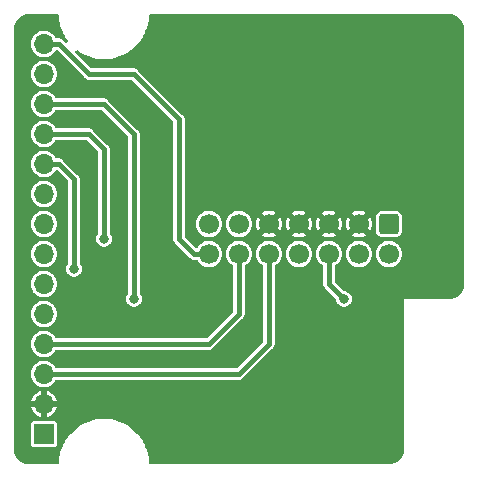
<source format=gbl>
G04 #@! TF.GenerationSoftware,KiCad,Pcbnew,7.0.2*
G04 #@! TF.CreationDate,2023-05-16T20:51:55+02:00*
G04 #@! TF.ProjectId,Display Adapter,44697370-6c61-4792-9041-646170746572,V1.0*
G04 #@! TF.SameCoordinates,Original*
G04 #@! TF.FileFunction,Copper,L2,Bot*
G04 #@! TF.FilePolarity,Positive*
%FSLAX46Y46*%
G04 Gerber Fmt 4.6, Leading zero omitted, Abs format (unit mm)*
G04 Created by KiCad (PCBNEW 7.0.2) date 2023-05-16 20:51:55*
%MOMM*%
%LPD*%
G01*
G04 APERTURE LIST*
G04 Aperture macros list*
%AMRoundRect*
0 Rectangle with rounded corners*
0 $1 Rounding radius*
0 $2 $3 $4 $5 $6 $7 $8 $9 X,Y pos of 4 corners*
0 Add a 4 corners polygon primitive as box body*
4,1,4,$2,$3,$4,$5,$6,$7,$8,$9,$2,$3,0*
0 Add four circle primitives for the rounded corners*
1,1,$1+$1,$2,$3*
1,1,$1+$1,$4,$5*
1,1,$1+$1,$6,$7*
1,1,$1+$1,$8,$9*
0 Add four rect primitives between the rounded corners*
20,1,$1+$1,$2,$3,$4,$5,0*
20,1,$1+$1,$4,$5,$6,$7,0*
20,1,$1+$1,$6,$7,$8,$9,0*
20,1,$1+$1,$8,$9,$2,$3,0*%
G04 Aperture macros list end*
G04 #@! TA.AperFunction,ComponentPad*
%ADD10RoundRect,0.250000X-0.600000X0.600000X-0.600000X-0.600000X0.600000X-0.600000X0.600000X0.600000X0*%
G04 #@! TD*
G04 #@! TA.AperFunction,ComponentPad*
%ADD11C,1.700000*%
G04 #@! TD*
G04 #@! TA.AperFunction,ComponentPad*
%ADD12R,1.700000X1.700000*%
G04 #@! TD*
G04 #@! TA.AperFunction,ComponentPad*
%ADD13O,1.700000X1.700000*%
G04 #@! TD*
G04 #@! TA.AperFunction,ViaPad*
%ADD14C,0.800000*%
G04 #@! TD*
G04 #@! TA.AperFunction,Conductor*
%ADD15C,0.440000*%
G04 #@! TD*
G04 APERTURE END LIST*
D10*
X161290000Y-101600000D03*
D11*
X161290000Y-104140000D03*
X158750000Y-101600000D03*
X158750000Y-104140000D03*
X156210000Y-101600000D03*
X156210000Y-104140000D03*
X153670000Y-101600000D03*
X153670000Y-104140000D03*
X151130000Y-101600000D03*
X151130000Y-104140000D03*
X148590000Y-101600000D03*
X148590000Y-104140000D03*
X146050000Y-101600000D03*
X146050000Y-104140000D03*
D12*
X132080000Y-119380000D03*
D13*
X132080000Y-116840000D03*
X132080000Y-114300000D03*
X132080000Y-111760000D03*
X132080000Y-109220000D03*
X132080000Y-106680000D03*
X132080000Y-104140000D03*
X132080000Y-101600000D03*
X132080000Y-99060000D03*
X132080000Y-96520000D03*
X132080000Y-93980000D03*
X132080000Y-91440000D03*
X132080000Y-88900000D03*
X132080000Y-86360000D03*
D14*
X158750000Y-106680000D03*
X130810000Y-85090000D03*
X158750000Y-113030000D03*
X142240000Y-93980000D03*
X163830000Y-106680000D03*
X138430000Y-95250000D03*
X149860000Y-99060000D03*
X139700000Y-87630000D03*
X152400000Y-110490000D03*
X143510000Y-105410000D03*
X153670000Y-99060000D03*
X138430000Y-101600000D03*
X157480000Y-107950000D03*
X139700000Y-107950000D03*
X134620000Y-105410000D03*
X137160000Y-102870000D03*
D15*
X151130000Y-111760000D02*
X148590000Y-114300000D01*
X148590000Y-114300000D02*
X132080000Y-114300000D01*
X151130000Y-104140000D02*
X151130000Y-111760000D01*
X148590000Y-104140000D02*
X148590000Y-109220000D01*
X146050000Y-111760000D02*
X132080000Y-111760000D01*
X148590000Y-109220000D02*
X146050000Y-111760000D01*
X156210000Y-106680000D02*
X157480000Y-107950000D01*
X139700000Y-107950000D02*
X139700000Y-93980000D01*
X156210000Y-104140000D02*
X156210000Y-106680000D01*
X137160000Y-91440000D02*
X132080000Y-91440000D01*
X139700000Y-93980000D02*
X137160000Y-91440000D01*
X134620000Y-97790000D02*
X134620000Y-105410000D01*
X134620000Y-97790000D02*
X133350000Y-96520000D01*
X133350000Y-96520000D02*
X132080000Y-96520000D01*
X135890000Y-93980000D02*
X132080000Y-93980000D01*
X137160000Y-95250000D02*
X135890000Y-93980000D01*
X137160000Y-102870000D02*
X137160000Y-95250000D01*
X139700000Y-88900000D02*
X135890000Y-88900000D01*
X133350000Y-86360000D02*
X132080000Y-86360000D01*
X143510000Y-92710000D02*
X139700000Y-88900000D01*
X144780000Y-104140000D02*
X143510000Y-102870000D01*
X143510000Y-102870000D02*
X143510000Y-92710000D01*
X146050000Y-104140000D02*
X144780000Y-104140000D01*
X135890000Y-88900000D02*
X133350000Y-86360000D01*
G04 #@! TA.AperFunction,Conductor*
G36*
X133291621Y-83840502D02*
G01*
X133338114Y-83894158D01*
X133349500Y-83946500D01*
X133349500Y-84007198D01*
X133349802Y-84010270D01*
X133349803Y-84010278D01*
X133369805Y-84213359D01*
X133370250Y-84219328D01*
X133374429Y-84301743D01*
X133380298Y-84319896D01*
X133385538Y-84373094D01*
X133386198Y-84379791D01*
X133386799Y-84382814D01*
X133386802Y-84382832D01*
X133429411Y-84597037D01*
X133430379Y-84602538D01*
X133442070Y-84678857D01*
X133448709Y-84694058D01*
X133459239Y-84746992D01*
X133460128Y-84749925D01*
X133460132Y-84749938D01*
X133528066Y-84973886D01*
X133529469Y-84978879D01*
X133547171Y-85047249D01*
X133554038Y-85059504D01*
X133567023Y-85102313D01*
X133567920Y-85105267D01*
X133569096Y-85108107D01*
X133569100Y-85108117D01*
X133665222Y-85340175D01*
X133666969Y-85344632D01*
X133688692Y-85403284D01*
X133695252Y-85412674D01*
X133711195Y-85451163D01*
X133712656Y-85453896D01*
X133840056Y-85692246D01*
X133842057Y-85696152D01*
X133865199Y-85743330D01*
X133870941Y-85750028D01*
X133884859Y-85776066D01*
X133887684Y-85781351D01*
X133889402Y-85783923D01*
X133889405Y-85783927D01*
X134051606Y-86026678D01*
X134053770Y-86030030D01*
X134071851Y-86059038D01*
X134090910Y-86127429D01*
X134069969Y-86195267D01*
X134015676Y-86241014D01*
X133945269Y-86250146D01*
X133881102Y-86219763D01*
X133875827Y-86214783D01*
X133731172Y-86070128D01*
X133714269Y-86049154D01*
X133712290Y-86046074D01*
X133676936Y-86015439D01*
X133670368Y-86009324D01*
X133661526Y-86000482D01*
X133651518Y-85992989D01*
X133644521Y-85987351D01*
X133609172Y-85956721D01*
X133609170Y-85956720D01*
X133605838Y-85955198D01*
X133582673Y-85941453D01*
X133579740Y-85939257D01*
X133535917Y-85922912D01*
X133527609Y-85919471D01*
X133485056Y-85900038D01*
X133481419Y-85899515D01*
X133455338Y-85892857D01*
X133451902Y-85891575D01*
X133405240Y-85888238D01*
X133396306Y-85887278D01*
X133387790Y-85886054D01*
X133383935Y-85885500D01*
X133383934Y-85885500D01*
X133371436Y-85885500D01*
X133362449Y-85885179D01*
X133315801Y-85881843D01*
X133312225Y-85882621D01*
X133285443Y-85885500D01*
X133155596Y-85885500D01*
X133087475Y-85865498D01*
X133042805Y-85815663D01*
X133023088Y-85776065D01*
X132899732Y-85612715D01*
X132748462Y-85474814D01*
X132700087Y-85444861D01*
X132574428Y-85367056D01*
X132478991Y-85330084D01*
X132383556Y-85293112D01*
X132182347Y-85255500D01*
X131977653Y-85255500D01*
X131776444Y-85293111D01*
X131776444Y-85293112D01*
X131585571Y-85367056D01*
X131411539Y-85474813D01*
X131260267Y-85612716D01*
X131136910Y-85776066D01*
X131045672Y-85959297D01*
X130989654Y-86156180D01*
X130970767Y-86360000D01*
X130989654Y-86563819D01*
X131045672Y-86760702D01*
X131136910Y-86943933D01*
X131136912Y-86943935D01*
X131260268Y-87107285D01*
X131411538Y-87245186D01*
X131585573Y-87352944D01*
X131776444Y-87426888D01*
X131977653Y-87464500D01*
X131977655Y-87464500D01*
X132182345Y-87464500D01*
X132182347Y-87464500D01*
X132383556Y-87426888D01*
X132574427Y-87352944D01*
X132748462Y-87245186D01*
X132899732Y-87107285D01*
X133023088Y-86943935D01*
X133024743Y-86940610D01*
X133029357Y-86935632D01*
X133030124Y-86934618D01*
X133030226Y-86934695D01*
X133073006Y-86888547D01*
X133141760Y-86870840D01*
X133209171Y-86893115D01*
X133226630Y-86907674D01*
X135508828Y-89189873D01*
X135525731Y-89210847D01*
X135527709Y-89213925D01*
X135563051Y-89244549D01*
X135569622Y-89250667D01*
X135578473Y-89259518D01*
X135588477Y-89267006D01*
X135595487Y-89272655D01*
X135630829Y-89303280D01*
X135634157Y-89304800D01*
X135657327Y-89318547D01*
X135660258Y-89320741D01*
X135704087Y-89337088D01*
X135712383Y-89340524D01*
X135754943Y-89359961D01*
X135758568Y-89360482D01*
X135784673Y-89367144D01*
X135788101Y-89368423D01*
X135834752Y-89371759D01*
X135843677Y-89372718D01*
X135856065Y-89374500D01*
X135868566Y-89374500D01*
X135877554Y-89374821D01*
X135880795Y-89375052D01*
X135924198Y-89378157D01*
X135926682Y-89377616D01*
X135927776Y-89377379D01*
X135954556Y-89374500D01*
X139451266Y-89374500D01*
X139519387Y-89394502D01*
X139540361Y-89411405D01*
X142998595Y-92869638D01*
X143032621Y-92931950D01*
X143035500Y-92958733D01*
X143035500Y-102805443D01*
X143032621Y-102832223D01*
X143031843Y-102835799D01*
X143035179Y-102882448D01*
X143035500Y-102891436D01*
X143035500Y-102903934D01*
X143037278Y-102916306D01*
X143038238Y-102925240D01*
X143041575Y-102971902D01*
X143042857Y-102975338D01*
X143049515Y-103001419D01*
X143050038Y-103005056D01*
X143069471Y-103047609D01*
X143072912Y-103055917D01*
X143089257Y-103099740D01*
X143091453Y-103102673D01*
X143105198Y-103125838D01*
X143106721Y-103129172D01*
X143137351Y-103164521D01*
X143142989Y-103171518D01*
X143150482Y-103181526D01*
X143159324Y-103190368D01*
X143165439Y-103196936D01*
X143196074Y-103232290D01*
X143199156Y-103234270D01*
X143220128Y-103251172D01*
X144398827Y-104429871D01*
X144415731Y-104450848D01*
X144417707Y-104453924D01*
X144453051Y-104484549D01*
X144459622Y-104490667D01*
X144468473Y-104499518D01*
X144478477Y-104507006D01*
X144485487Y-104512655D01*
X144520829Y-104543280D01*
X144524157Y-104544800D01*
X144547327Y-104558547D01*
X144550258Y-104560741D01*
X144594087Y-104577088D01*
X144602383Y-104580524D01*
X144644943Y-104599961D01*
X144648568Y-104600482D01*
X144674673Y-104607144D01*
X144678101Y-104608423D01*
X144724752Y-104611759D01*
X144733677Y-104612718D01*
X144746065Y-104614500D01*
X144758566Y-104614500D01*
X144767554Y-104614821D01*
X144770795Y-104615052D01*
X144814198Y-104618157D01*
X144816682Y-104617616D01*
X144817776Y-104617379D01*
X144844556Y-104614500D01*
X144974404Y-104614500D01*
X145042525Y-104634502D01*
X145087195Y-104684337D01*
X145106913Y-104723937D01*
X145168590Y-104805609D01*
X145230268Y-104887285D01*
X145381538Y-105025186D01*
X145555573Y-105132944D01*
X145746444Y-105206888D01*
X145947653Y-105244500D01*
X145947655Y-105244500D01*
X146152345Y-105244500D01*
X146152347Y-105244500D01*
X146353556Y-105206888D01*
X146544427Y-105132944D01*
X146718462Y-105025186D01*
X146869732Y-104887285D01*
X146993088Y-104723935D01*
X147084328Y-104540701D01*
X147140345Y-104343821D01*
X147159232Y-104140000D01*
X147140345Y-103936179D01*
X147084328Y-103739299D01*
X147083585Y-103737807D01*
X146993089Y-103556066D01*
X146940527Y-103486463D01*
X146869732Y-103392715D01*
X146718462Y-103254814D01*
X146600095Y-103181524D01*
X146544428Y-103147056D01*
X146448991Y-103110083D01*
X146353556Y-103073112D01*
X146152347Y-103035500D01*
X145947653Y-103035500D01*
X145746444Y-103073111D01*
X145746444Y-103073112D01*
X145555571Y-103147056D01*
X145381539Y-103254813D01*
X145230267Y-103392716D01*
X145106911Y-103556065D01*
X145105252Y-103559398D01*
X145100633Y-103564379D01*
X145099876Y-103565382D01*
X145099774Y-103565305D01*
X145056980Y-103611459D01*
X144988225Y-103629158D01*
X144920816Y-103606875D01*
X144903369Y-103592324D01*
X144021405Y-102710360D01*
X143987379Y-102648048D01*
X143984500Y-102621265D01*
X143984500Y-101600000D01*
X144940767Y-101600000D01*
X144959654Y-101803819D01*
X145015672Y-102000702D01*
X145106910Y-102183933D01*
X145106912Y-102183935D01*
X145230268Y-102347285D01*
X145381538Y-102485186D01*
X145468948Y-102539308D01*
X145554844Y-102592493D01*
X145555573Y-102592944D01*
X145746444Y-102666888D01*
X145947653Y-102704500D01*
X145947655Y-102704500D01*
X146152345Y-102704500D01*
X146152347Y-102704500D01*
X146353556Y-102666888D01*
X146544427Y-102592944D01*
X146718462Y-102485186D01*
X146869732Y-102347285D01*
X146993088Y-102183935D01*
X147084328Y-102000701D01*
X147140345Y-101803821D01*
X147159232Y-101600000D01*
X147480767Y-101600000D01*
X147499654Y-101803819D01*
X147555672Y-102000702D01*
X147646910Y-102183933D01*
X147646912Y-102183935D01*
X147770268Y-102347285D01*
X147921538Y-102485186D01*
X148008948Y-102539308D01*
X148094844Y-102592493D01*
X148095573Y-102592944D01*
X148286444Y-102666888D01*
X148487653Y-102704500D01*
X148487655Y-102704500D01*
X148692345Y-102704500D01*
X148692347Y-102704500D01*
X148893556Y-102666888D01*
X149084427Y-102592944D01*
X149258462Y-102485186D01*
X149409732Y-102347285D01*
X149533088Y-102183935D01*
X149624328Y-102000701D01*
X149680345Y-101803821D01*
X149699232Y-101600000D01*
X149699232Y-101599999D01*
X150021270Y-101599999D01*
X150040148Y-101803731D01*
X150096139Y-102000517D01*
X150187264Y-102183523D01*
X150645638Y-101725149D01*
X150670507Y-101809844D01*
X150748239Y-101930798D01*
X150856900Y-102024952D01*
X150987685Y-102084680D01*
X151002412Y-102086797D01*
X150549900Y-102539308D01*
X150635795Y-102592493D01*
X150826582Y-102666404D01*
X151027700Y-102704000D01*
X151232300Y-102704000D01*
X151433417Y-102666404D01*
X151624204Y-102592493D01*
X151710099Y-102539308D01*
X151257588Y-102086797D01*
X151272315Y-102084680D01*
X151403100Y-102024952D01*
X151511761Y-101930798D01*
X151589493Y-101809844D01*
X151614360Y-101725151D01*
X152072733Y-102183524D01*
X152163859Y-102000520D01*
X152219851Y-101803731D01*
X152238729Y-101600000D01*
X152561270Y-101600000D01*
X152580148Y-101803731D01*
X152636139Y-102000517D01*
X152727264Y-102183523D01*
X153185638Y-101725148D01*
X153210507Y-101809844D01*
X153288239Y-101930798D01*
X153396900Y-102024952D01*
X153527685Y-102084680D01*
X153542412Y-102086797D01*
X153089900Y-102539308D01*
X153175795Y-102592493D01*
X153366582Y-102666404D01*
X153567700Y-102704000D01*
X153772300Y-102704000D01*
X153973417Y-102666404D01*
X154164204Y-102592493D01*
X154250099Y-102539308D01*
X153797588Y-102086797D01*
X153812315Y-102084680D01*
X153943100Y-102024952D01*
X154051761Y-101930798D01*
X154129493Y-101809844D01*
X154154361Y-101725150D01*
X154612733Y-102183523D01*
X154703859Y-102000520D01*
X154759851Y-101803731D01*
X154778729Y-101600000D01*
X155101270Y-101600000D01*
X155120148Y-101803731D01*
X155176139Y-102000517D01*
X155267264Y-102183523D01*
X155725638Y-101725149D01*
X155750507Y-101809844D01*
X155828239Y-101930798D01*
X155936900Y-102024952D01*
X156067685Y-102084680D01*
X156082412Y-102086797D01*
X155629900Y-102539308D01*
X155715795Y-102592493D01*
X155906582Y-102666404D01*
X156107700Y-102704000D01*
X156312300Y-102704000D01*
X156513417Y-102666404D01*
X156704204Y-102592493D01*
X156790099Y-102539308D01*
X156337588Y-102086797D01*
X156352315Y-102084680D01*
X156483100Y-102024952D01*
X156591761Y-101930798D01*
X156669493Y-101809844D01*
X156694360Y-101725151D01*
X157152733Y-102183524D01*
X157243859Y-102000520D01*
X157299851Y-101803731D01*
X157318729Y-101599999D01*
X157641270Y-101599999D01*
X157660148Y-101803731D01*
X157716139Y-102000517D01*
X157807264Y-102183523D01*
X158265638Y-101725149D01*
X158290507Y-101809844D01*
X158368239Y-101930798D01*
X158476900Y-102024952D01*
X158607685Y-102084680D01*
X158622412Y-102086797D01*
X158169900Y-102539308D01*
X158255795Y-102592493D01*
X158446582Y-102666404D01*
X158647700Y-102704000D01*
X158852300Y-102704000D01*
X159053417Y-102666404D01*
X159244204Y-102592493D01*
X159330099Y-102539308D01*
X159035692Y-102244901D01*
X160185500Y-102244901D01*
X160185501Y-102248254D01*
X160185860Y-102251596D01*
X160185861Y-102251610D01*
X160191959Y-102308338D01*
X160191959Y-102308340D01*
X160191960Y-102308342D01*
X160206485Y-102347285D01*
X160242658Y-102444268D01*
X160329595Y-102560404D01*
X160445731Y-102647341D01*
X160445732Y-102647341D01*
X160445733Y-102647342D01*
X160581658Y-102698040D01*
X160627076Y-102702923D01*
X160638377Y-102704138D01*
X160641745Y-102704500D01*
X161938254Y-102704499D01*
X161998342Y-102698040D01*
X162134267Y-102647342D01*
X162250404Y-102560404D01*
X162337342Y-102444267D01*
X162388040Y-102308342D01*
X162394500Y-102248255D01*
X162394499Y-100951746D01*
X162388040Y-100891658D01*
X162337342Y-100755733D01*
X162306711Y-100714814D01*
X162250404Y-100639595D01*
X162134268Y-100552658D01*
X161998339Y-100501959D01*
X161941603Y-100495859D01*
X161941585Y-100495858D01*
X161938255Y-100495500D01*
X161934887Y-100495500D01*
X160645116Y-100495500D01*
X160645097Y-100495500D01*
X160641746Y-100495501D01*
X160638404Y-100495860D01*
X160638389Y-100495861D01*
X160581661Y-100501959D01*
X160445731Y-100552658D01*
X160329595Y-100639595D01*
X160242658Y-100755731D01*
X160191959Y-100891660D01*
X160185859Y-100948396D01*
X160185857Y-100948415D01*
X160185500Y-100951745D01*
X160185500Y-100955111D01*
X160185500Y-100955112D01*
X160185500Y-102244883D01*
X160185500Y-102244901D01*
X159035692Y-102244901D01*
X158877588Y-102086797D01*
X158892315Y-102084680D01*
X159023100Y-102024952D01*
X159131761Y-101930798D01*
X159209493Y-101809844D01*
X159234360Y-101725151D01*
X159692733Y-102183524D01*
X159783859Y-102000520D01*
X159839851Y-101803731D01*
X159858729Y-101600000D01*
X159839851Y-101396268D01*
X159783860Y-101199481D01*
X159692733Y-101016475D01*
X159234360Y-101474848D01*
X159209493Y-101390156D01*
X159131761Y-101269202D01*
X159023100Y-101175048D01*
X158892315Y-101115320D01*
X158877587Y-101113202D01*
X159330098Y-100660690D01*
X159244199Y-100607504D01*
X159053420Y-100533596D01*
X158852300Y-100496000D01*
X158647700Y-100496000D01*
X158446579Y-100533596D01*
X158255797Y-100607505D01*
X158169899Y-100660690D01*
X158622411Y-101113202D01*
X158607685Y-101115320D01*
X158476900Y-101175048D01*
X158368239Y-101269202D01*
X158290507Y-101390156D01*
X158265639Y-101474848D01*
X157807265Y-101016474D01*
X157716140Y-101199480D01*
X157660148Y-101396268D01*
X157641270Y-101599999D01*
X157318729Y-101599999D01*
X157299851Y-101396268D01*
X157243860Y-101199481D01*
X157152733Y-101016475D01*
X156694360Y-101474848D01*
X156669493Y-101390156D01*
X156591761Y-101269202D01*
X156483100Y-101175048D01*
X156352315Y-101115320D01*
X156337587Y-101113202D01*
X156790098Y-100660690D01*
X156704199Y-100607504D01*
X156513420Y-100533596D01*
X156312300Y-100496000D01*
X156107700Y-100496000D01*
X155906579Y-100533596D01*
X155715797Y-100607505D01*
X155629899Y-100660690D01*
X156082411Y-101113202D01*
X156067685Y-101115320D01*
X155936900Y-101175048D01*
X155828239Y-101269202D01*
X155750507Y-101390156D01*
X155725639Y-101474848D01*
X155267265Y-101016474D01*
X155176140Y-101199480D01*
X155120148Y-101396268D01*
X155101270Y-101600000D01*
X154778729Y-101600000D01*
X154759851Y-101396268D01*
X154703860Y-101199481D01*
X154612734Y-101016475D01*
X154154360Y-101474848D01*
X154129493Y-101390156D01*
X154051761Y-101269202D01*
X153943100Y-101175048D01*
X153812315Y-101115320D01*
X153797587Y-101113202D01*
X154250099Y-100660690D01*
X154164199Y-100607504D01*
X153973420Y-100533596D01*
X153772300Y-100496000D01*
X153567700Y-100496000D01*
X153366579Y-100533596D01*
X153175797Y-100607505D01*
X153089899Y-100660689D01*
X153542413Y-101113202D01*
X153527685Y-101115320D01*
X153396900Y-101175048D01*
X153288239Y-101269202D01*
X153210507Y-101390156D01*
X153185639Y-101474848D01*
X152727264Y-101016474D01*
X152636140Y-101199480D01*
X152580148Y-101396268D01*
X152561270Y-101600000D01*
X152238729Y-101600000D01*
X152219851Y-101396268D01*
X152163860Y-101199481D01*
X152072733Y-101016475D01*
X151614360Y-101474848D01*
X151589493Y-101390156D01*
X151511761Y-101269202D01*
X151403100Y-101175048D01*
X151272315Y-101115320D01*
X151257587Y-101113202D01*
X151710099Y-100660690D01*
X151624199Y-100607504D01*
X151433420Y-100533596D01*
X151232300Y-100496000D01*
X151027700Y-100496000D01*
X150826579Y-100533596D01*
X150635797Y-100607505D01*
X150549899Y-100660689D01*
X151002411Y-101113202D01*
X150987685Y-101115320D01*
X150856900Y-101175048D01*
X150748239Y-101269202D01*
X150670507Y-101390156D01*
X150645639Y-101474848D01*
X150187265Y-101016474D01*
X150096140Y-101199480D01*
X150040148Y-101396268D01*
X150021270Y-101599999D01*
X149699232Y-101599999D01*
X149680345Y-101396179D01*
X149624328Y-101199299D01*
X149612252Y-101175048D01*
X149533089Y-101016066D01*
X149502886Y-100976072D01*
X149409732Y-100852715D01*
X149258462Y-100714814D01*
X149171049Y-100660690D01*
X149084428Y-100607056D01*
X148988991Y-100570083D01*
X148893556Y-100533112D01*
X148692347Y-100495500D01*
X148487653Y-100495500D01*
X148286443Y-100533111D01*
X148286444Y-100533112D01*
X148095571Y-100607056D01*
X147921539Y-100714813D01*
X147770267Y-100852716D01*
X147646910Y-101016066D01*
X147555672Y-101199297D01*
X147499654Y-101396180D01*
X147480767Y-101600000D01*
X147159232Y-101600000D01*
X147140345Y-101396179D01*
X147084328Y-101199299D01*
X147072252Y-101175048D01*
X146993089Y-101016066D01*
X146962886Y-100976071D01*
X146869732Y-100852715D01*
X146718462Y-100714814D01*
X146631049Y-100660690D01*
X146544428Y-100607056D01*
X146448991Y-100570083D01*
X146353556Y-100533112D01*
X146152347Y-100495500D01*
X145947653Y-100495500D01*
X145746444Y-100533111D01*
X145746444Y-100533112D01*
X145555571Y-100607056D01*
X145381539Y-100714813D01*
X145230267Y-100852716D01*
X145106910Y-101016066D01*
X145015672Y-101199297D01*
X144959654Y-101396180D01*
X144940767Y-101600000D01*
X143984500Y-101600000D01*
X143984500Y-92774557D01*
X143987379Y-92747775D01*
X143988157Y-92744199D01*
X143984821Y-92697549D01*
X143984500Y-92688562D01*
X143984500Y-92676066D01*
X143984500Y-92676065D01*
X143982719Y-92663684D01*
X143981761Y-92654772D01*
X143978424Y-92608101D01*
X143977144Y-92604669D01*
X143970483Y-92578573D01*
X143969961Y-92574943D01*
X143950525Y-92532386D01*
X143947089Y-92524089D01*
X143930741Y-92480259D01*
X143930741Y-92480258D01*
X143928542Y-92477321D01*
X143914801Y-92454162D01*
X143913279Y-92450828D01*
X143882647Y-92415477D01*
X143877007Y-92408478D01*
X143869518Y-92398474D01*
X143860674Y-92389630D01*
X143854556Y-92383059D01*
X143823925Y-92347709D01*
X143820844Y-92345729D01*
X143799870Y-92328826D01*
X140081172Y-88610128D01*
X140064269Y-88589154D01*
X140062290Y-88586074D01*
X140026936Y-88555439D01*
X140020368Y-88549324D01*
X140011526Y-88540482D01*
X140001518Y-88532989D01*
X139994521Y-88527351D01*
X139959172Y-88496721D01*
X139959170Y-88496720D01*
X139955838Y-88495198D01*
X139932673Y-88481453D01*
X139929740Y-88479257D01*
X139885917Y-88462912D01*
X139877609Y-88459471D01*
X139835056Y-88440038D01*
X139831419Y-88439515D01*
X139805338Y-88432857D01*
X139801902Y-88431575D01*
X139755240Y-88428238D01*
X139746306Y-88427278D01*
X139737790Y-88426054D01*
X139733935Y-88425500D01*
X139733934Y-88425500D01*
X139721436Y-88425500D01*
X139712449Y-88425179D01*
X139665801Y-88421843D01*
X139662225Y-88422621D01*
X139635443Y-88425500D01*
X136138735Y-88425500D01*
X136070614Y-88405498D01*
X136049640Y-88388595D01*
X134761294Y-87100249D01*
X134727268Y-87037937D01*
X134732333Y-86967122D01*
X134774880Y-86910286D01*
X134841400Y-86885475D01*
X134910774Y-86900566D01*
X134920380Y-86906382D01*
X135198649Y-87092316D01*
X135528837Y-87268805D01*
X135874733Y-87412080D01*
X136233008Y-87520761D01*
X136600209Y-87593802D01*
X136972802Y-87630500D01*
X136975894Y-87630500D01*
X137344106Y-87630500D01*
X137347198Y-87630500D01*
X137719791Y-87593802D01*
X138086992Y-87520761D01*
X138445267Y-87412080D01*
X138791163Y-87268805D01*
X139121351Y-87092316D01*
X139432649Y-86884313D01*
X139722061Y-86646799D01*
X139734163Y-86634696D01*
X139734568Y-86634475D01*
X139737033Y-86631882D01*
X139739192Y-86629667D01*
X139986799Y-86382061D01*
X140001537Y-86364101D01*
X140003755Y-86362590D01*
X140018917Y-86343003D01*
X140021091Y-86340275D01*
X140224313Y-86092649D01*
X140240631Y-86068226D01*
X140244366Y-86065105D01*
X140266217Y-86030048D01*
X140268359Y-86026728D01*
X140432316Y-85781351D01*
X140449056Y-85750031D01*
X140453960Y-85745038D01*
X140477929Y-85696176D01*
X140479931Y-85692269D01*
X140608805Y-85451163D01*
X140624745Y-85412679D01*
X140630447Y-85405603D01*
X140653020Y-85344655D01*
X140654755Y-85340227D01*
X140752080Y-85105267D01*
X140765960Y-85059509D01*
X140772064Y-85050195D01*
X140790519Y-84978916D01*
X140791923Y-84973921D01*
X140859862Y-84749957D01*
X140859867Y-84749938D01*
X140860761Y-84746992D01*
X140871288Y-84694068D01*
X140877382Y-84682417D01*
X140889614Y-84602570D01*
X140890574Y-84597110D01*
X140933802Y-84379791D01*
X140939694Y-84319962D01*
X140945357Y-84305938D01*
X140949747Y-84219345D01*
X140950188Y-84213418D01*
X140970500Y-84007198D01*
X140970500Y-83946499D01*
X140990502Y-83878379D01*
X141044158Y-83831886D01*
X141096500Y-83820500D01*
X166365045Y-83820500D01*
X166374929Y-83820887D01*
X166427001Y-83824986D01*
X166567429Y-83837272D01*
X166585846Y-83840271D01*
X166664452Y-83859143D01*
X166667537Y-83859927D01*
X166772681Y-83888100D01*
X166788265Y-83893390D01*
X166868446Y-83926602D01*
X166873413Y-83928787D01*
X166966686Y-83972282D01*
X166979237Y-83979026D01*
X167055121Y-84025528D01*
X167061505Y-84029713D01*
X167144082Y-84087534D01*
X167153630Y-84094928D01*
X167221919Y-84153252D01*
X167229184Y-84159968D01*
X167300030Y-84230814D01*
X167306746Y-84238079D01*
X167365070Y-84306368D01*
X167372469Y-84315923D01*
X167430275Y-84398479D01*
X167434482Y-84404895D01*
X167480963Y-84480744D01*
X167487726Y-84493330D01*
X167531200Y-84586561D01*
X167533414Y-84591593D01*
X167566603Y-84671719D01*
X167571901Y-84687326D01*
X167600057Y-84792406D01*
X167600869Y-84795604D01*
X167619724Y-84874144D01*
X167622725Y-84892574D01*
X167635019Y-85033082D01*
X167636135Y-85047249D01*
X167639112Y-85085065D01*
X167639500Y-85094940D01*
X167639500Y-106675055D01*
X167639111Y-106684942D01*
X167635020Y-106736916D01*
X167622726Y-106877426D01*
X167619725Y-106895853D01*
X167600869Y-106974395D01*
X167600057Y-106977592D01*
X167571901Y-107082672D01*
X167566603Y-107098279D01*
X167533414Y-107178405D01*
X167531200Y-107183437D01*
X167487726Y-107276668D01*
X167480963Y-107289254D01*
X167434482Y-107365103D01*
X167430263Y-107371538D01*
X167372472Y-107454071D01*
X167365070Y-107463630D01*
X167306746Y-107531919D01*
X167300030Y-107539184D01*
X167229184Y-107610030D01*
X167221919Y-107616746D01*
X167153630Y-107675070D01*
X167144071Y-107682472D01*
X167061538Y-107740263D01*
X167055103Y-107744482D01*
X166979254Y-107790963D01*
X166966668Y-107797726D01*
X166873437Y-107841200D01*
X166868405Y-107843414D01*
X166788279Y-107876603D01*
X166772672Y-107881901D01*
X166667592Y-107910057D01*
X166664394Y-107910869D01*
X166585854Y-107929724D01*
X166567424Y-107932725D01*
X166426917Y-107945019D01*
X166390836Y-107947860D01*
X166374921Y-107949112D01*
X166365059Y-107949500D01*
X162585158Y-107949500D01*
X162584952Y-107949459D01*
X162559999Y-107949459D01*
X162559900Y-107949500D01*
X162559618Y-107949615D01*
X162559617Y-107949617D01*
X162559459Y-107950000D01*
X162559476Y-107975014D01*
X162559471Y-107975014D01*
X162559500Y-107975157D01*
X162559500Y-120645055D01*
X162559111Y-120654942D01*
X162555020Y-120706916D01*
X162542726Y-120847426D01*
X162539725Y-120865853D01*
X162520869Y-120944395D01*
X162520057Y-120947592D01*
X162491901Y-121052672D01*
X162486603Y-121068279D01*
X162453414Y-121148405D01*
X162451200Y-121153437D01*
X162407726Y-121246668D01*
X162400963Y-121259254D01*
X162354482Y-121335103D01*
X162350263Y-121341538D01*
X162292472Y-121424071D01*
X162285070Y-121433630D01*
X162226746Y-121501919D01*
X162220030Y-121509184D01*
X162149184Y-121580030D01*
X162141919Y-121586746D01*
X162073630Y-121645070D01*
X162064071Y-121652472D01*
X161981538Y-121710263D01*
X161975103Y-121714482D01*
X161899254Y-121760963D01*
X161886668Y-121767726D01*
X161793437Y-121811200D01*
X161788405Y-121813414D01*
X161708279Y-121846603D01*
X161692672Y-121851901D01*
X161587592Y-121880057D01*
X161584394Y-121880869D01*
X161505854Y-121899724D01*
X161487424Y-121902725D01*
X161346917Y-121915019D01*
X161310836Y-121917860D01*
X161294921Y-121919112D01*
X161285059Y-121919500D01*
X141096500Y-121919500D01*
X141028379Y-121899498D01*
X140981886Y-121845842D01*
X140970500Y-121793500D01*
X140970500Y-121735894D01*
X140970500Y-121732802D01*
X140950190Y-121526603D01*
X140949747Y-121520650D01*
X140945565Y-121438197D01*
X140939695Y-121420043D01*
X140934106Y-121363297D01*
X140934106Y-121363296D01*
X140933802Y-121360209D01*
X140890581Y-121142927D01*
X140889617Y-121137442D01*
X140877928Y-121061140D01*
X140871288Y-121045932D01*
X140870565Y-121042297D01*
X140860761Y-120993008D01*
X140791925Y-120766086D01*
X140790524Y-120761098D01*
X140772827Y-120692751D01*
X140765960Y-120680490D01*
X140752976Y-120637686D01*
X140752974Y-120637681D01*
X140752080Y-120634733D01*
X140654766Y-120399797D01*
X140653028Y-120395364D01*
X140631308Y-120336718D01*
X140624745Y-120327320D01*
X140609990Y-120291698D01*
X140608805Y-120288837D01*
X140479942Y-120047751D01*
X140477941Y-120043845D01*
X140454801Y-119996671D01*
X140449057Y-119989969D01*
X140432316Y-119958649D01*
X140268383Y-119713306D01*
X140266232Y-119709974D01*
X140245068Y-119676019D01*
X140240631Y-119671773D01*
X140226040Y-119649936D01*
X140226038Y-119649933D01*
X140224313Y-119647351D01*
X140106076Y-119503279D01*
X140021176Y-119399827D01*
X140018938Y-119397021D01*
X140004204Y-119377986D01*
X140001538Y-119375899D01*
X139986799Y-119357939D01*
X139739310Y-119110450D01*
X139737081Y-119108164D01*
X139734663Y-119105620D01*
X139734163Y-119105303D01*
X139724264Y-119095404D01*
X139722061Y-119093201D01*
X139432649Y-118855687D01*
X139121351Y-118647684D01*
X138791163Y-118471195D01*
X138788309Y-118470013D01*
X138788301Y-118470009D01*
X138448117Y-118329100D01*
X138448107Y-118329096D01*
X138445267Y-118327920D01*
X138442325Y-118327027D01*
X138442318Y-118327025D01*
X138089938Y-118220132D01*
X138089925Y-118220128D01*
X138086992Y-118219239D01*
X138083966Y-118218637D01*
X137722832Y-118146802D01*
X137722814Y-118146799D01*
X137719791Y-118146198D01*
X137716714Y-118145894D01*
X137716701Y-118145893D01*
X137350278Y-118109803D01*
X137350270Y-118109802D01*
X137347198Y-118109500D01*
X136972802Y-118109500D01*
X136969730Y-118109802D01*
X136969721Y-118109803D01*
X136603298Y-118145893D01*
X136603282Y-118145895D01*
X136600209Y-118146198D01*
X136597188Y-118146798D01*
X136597167Y-118146802D01*
X136236033Y-118218637D01*
X136236027Y-118218638D01*
X136233008Y-118219239D01*
X136230079Y-118220127D01*
X136230061Y-118220132D01*
X135877681Y-118327025D01*
X135877667Y-118327029D01*
X135874733Y-118327920D01*
X135871898Y-118329094D01*
X135871882Y-118329100D01*
X135531698Y-118470009D01*
X135531682Y-118470016D01*
X135528837Y-118471195D01*
X135526108Y-118472653D01*
X135526103Y-118472656D01*
X135201381Y-118646223D01*
X135201369Y-118646229D01*
X135198649Y-118647684D01*
X135196085Y-118649397D01*
X135196072Y-118649405D01*
X134889932Y-118853962D01*
X134889926Y-118853966D01*
X134887351Y-118855687D01*
X134884955Y-118857653D01*
X134884946Y-118857660D01*
X134600347Y-119091224D01*
X134600337Y-119091232D01*
X134597939Y-119093201D01*
X134595744Y-119095395D01*
X134595744Y-119095396D01*
X134585832Y-119105308D01*
X134585417Y-119105534D01*
X134582889Y-119108194D01*
X134580668Y-119110471D01*
X134333201Y-119357939D01*
X134331228Y-119360341D01*
X134331228Y-119360343D01*
X134318458Y-119375903D01*
X134316237Y-119377415D01*
X134301054Y-119397029D01*
X134298819Y-119399833D01*
X134097661Y-119644946D01*
X134095687Y-119647351D01*
X134093968Y-119649922D01*
X134093961Y-119649933D01*
X134079363Y-119671780D01*
X134075626Y-119674902D01*
X134053755Y-119709991D01*
X134051592Y-119713342D01*
X133889405Y-119956072D01*
X133889397Y-119956085D01*
X133887684Y-119958649D01*
X133886229Y-119961369D01*
X133886223Y-119961381D01*
X133870941Y-119989972D01*
X133866034Y-119994967D01*
X133842046Y-120043869D01*
X133840045Y-120047774D01*
X133712656Y-120286103D01*
X133711195Y-120288837D01*
X133710017Y-120291680D01*
X133710007Y-120291702D01*
X133695252Y-120327325D01*
X133689547Y-120334404D01*
X133666961Y-120395387D01*
X133665214Y-120399844D01*
X133569100Y-120631882D01*
X133569094Y-120631898D01*
X133567920Y-120634733D01*
X133567030Y-120637663D01*
X133567018Y-120637700D01*
X133554037Y-120680495D01*
X133547933Y-120689808D01*
X133529469Y-120761121D01*
X133528066Y-120766114D01*
X133460132Y-120990061D01*
X133460127Y-120990079D01*
X133459239Y-120993008D01*
X133458641Y-120996012D01*
X133458639Y-120996022D01*
X133448709Y-121045944D01*
X133442614Y-121057594D01*
X133430379Y-121137460D01*
X133429411Y-121142960D01*
X133386802Y-121357167D01*
X133386798Y-121357188D01*
X133386198Y-121360209D01*
X133385895Y-121363276D01*
X133385893Y-121363296D01*
X133380298Y-121420109D01*
X133374640Y-121434120D01*
X133370251Y-121520666D01*
X133369806Y-121526634D01*
X133351719Y-121710275D01*
X133349500Y-121732802D01*
X133349500Y-121735893D01*
X133349500Y-121735894D01*
X133349500Y-121793500D01*
X133329498Y-121861621D01*
X133275842Y-121908114D01*
X133223500Y-121919500D01*
X130814945Y-121919500D01*
X130805058Y-121919111D01*
X130753083Y-121915020D01*
X130612572Y-121902726D01*
X130594145Y-121899725D01*
X130515603Y-121880869D01*
X130512406Y-121880057D01*
X130407326Y-121851901D01*
X130391719Y-121846603D01*
X130311593Y-121813414D01*
X130306561Y-121811200D01*
X130248426Y-121784091D01*
X130213326Y-121767723D01*
X130200749Y-121760966D01*
X130124894Y-121714481D01*
X130118479Y-121710275D01*
X130035923Y-121652469D01*
X130026368Y-121645070D01*
X129958079Y-121586746D01*
X129950814Y-121580030D01*
X129879968Y-121509184D01*
X129873252Y-121501919D01*
X129814928Y-121433630D01*
X129807534Y-121424082D01*
X129749713Y-121341505D01*
X129745528Y-121335121D01*
X129699026Y-121259237D01*
X129692282Y-121246686D01*
X129648787Y-121153413D01*
X129646602Y-121148446D01*
X129613390Y-121068265D01*
X129608100Y-121052681D01*
X129579927Y-120947537D01*
X129579139Y-120944434D01*
X129560274Y-120865853D01*
X129557272Y-120847423D01*
X129551323Y-120779427D01*
X129544979Y-120706916D01*
X129540888Y-120654924D01*
X129540500Y-120645050D01*
X129540500Y-120255068D01*
X130975500Y-120255068D01*
X130990265Y-120329300D01*
X131046515Y-120413484D01*
X131102764Y-120451068D01*
X131130699Y-120469734D01*
X131204933Y-120484500D01*
X132955066Y-120484499D01*
X132955068Y-120484499D01*
X133004555Y-120474655D01*
X133029301Y-120469734D01*
X133113484Y-120413484D01*
X133169734Y-120329301D01*
X133184500Y-120255067D01*
X133184499Y-118504934D01*
X133184499Y-118504933D01*
X133184499Y-118504931D01*
X133169734Y-118430699D01*
X133113484Y-118346515D01*
X133029301Y-118290266D01*
X133029296Y-118290265D01*
X132955067Y-118275500D01*
X132955066Y-118275500D01*
X131204931Y-118275500D01*
X131130699Y-118290265D01*
X131046515Y-118346515D01*
X130990266Y-118430698D01*
X130975500Y-118504933D01*
X130975500Y-120255068D01*
X129540500Y-120255068D01*
X129540500Y-116585999D01*
X131004450Y-116585999D01*
X131004451Y-116586000D01*
X131648884Y-116586000D01*
X131620507Y-116630156D01*
X131580000Y-116768111D01*
X131580000Y-116911889D01*
X131620507Y-117049844D01*
X131648884Y-117094000D01*
X131004451Y-117094000D01*
X131046140Y-117240522D01*
X131137337Y-117423669D01*
X131260638Y-117586945D01*
X131411844Y-117724788D01*
X131585792Y-117832492D01*
X131776581Y-117906404D01*
X131825999Y-117915641D01*
X131825999Y-117273674D01*
X131937685Y-117324680D01*
X132044237Y-117340000D01*
X132115763Y-117340000D01*
X132222315Y-117324680D01*
X132334000Y-117273674D01*
X132334000Y-117915642D01*
X132383419Y-117906404D01*
X132574204Y-117832493D01*
X132748155Y-117724788D01*
X132899361Y-117586945D01*
X133022662Y-117423669D01*
X133113859Y-117240522D01*
X133155549Y-117094000D01*
X132511116Y-117094000D01*
X132539493Y-117049844D01*
X132580000Y-116911889D01*
X132580000Y-116768111D01*
X132539493Y-116630156D01*
X132511116Y-116586000D01*
X133155549Y-116586000D01*
X133155549Y-116585999D01*
X133113859Y-116439477D01*
X133022662Y-116256330D01*
X132899361Y-116093054D01*
X132748155Y-115955211D01*
X132574204Y-115847506D01*
X132383422Y-115773596D01*
X132334000Y-115764357D01*
X132334000Y-116406325D01*
X132222315Y-116355320D01*
X132115763Y-116340000D01*
X132044237Y-116340000D01*
X131937685Y-116355320D01*
X131825999Y-116406325D01*
X131825999Y-115764357D01*
X131776577Y-115773596D01*
X131585795Y-115847506D01*
X131411844Y-115955211D01*
X131260638Y-116093054D01*
X131137337Y-116256330D01*
X131046140Y-116439477D01*
X131004450Y-116585999D01*
X129540500Y-116585999D01*
X129540500Y-114299999D01*
X130970767Y-114299999D01*
X130989654Y-114503819D01*
X131045672Y-114700702D01*
X131136910Y-114883933D01*
X131197314Y-114963921D01*
X131260268Y-115047285D01*
X131411538Y-115185186D01*
X131585573Y-115292944D01*
X131776444Y-115366888D01*
X131977653Y-115404500D01*
X131977655Y-115404500D01*
X132182345Y-115404500D01*
X132182347Y-115404500D01*
X132383556Y-115366888D01*
X132574427Y-115292944D01*
X132748462Y-115185186D01*
X132899732Y-115047285D01*
X133023088Y-114883935D01*
X133042805Y-114844336D01*
X133091075Y-114792273D01*
X133155596Y-114774500D01*
X148525443Y-114774500D01*
X148552224Y-114777378D01*
X148555801Y-114778157D01*
X148600659Y-114774948D01*
X148602449Y-114774821D01*
X148611436Y-114774500D01*
X148623935Y-114774500D01*
X148636309Y-114772720D01*
X148645231Y-114771760D01*
X148691899Y-114768424D01*
X148695326Y-114767146D01*
X148721434Y-114760482D01*
X148722355Y-114760349D01*
X148725057Y-114759961D01*
X148767625Y-114740520D01*
X148775912Y-114737088D01*
X148819742Y-114720741D01*
X148822674Y-114718545D01*
X148845842Y-114704799D01*
X148849172Y-114703279D01*
X148884552Y-114672620D01*
X148891497Y-114667024D01*
X148901526Y-114659518D01*
X148910361Y-114650681D01*
X148916948Y-114644550D01*
X148952287Y-114613929D01*
X148952287Y-114613928D01*
X148952290Y-114613926D01*
X148954269Y-114610844D01*
X148971168Y-114589874D01*
X151419876Y-112141167D01*
X151440851Y-112124265D01*
X151443926Y-112122290D01*
X151474561Y-112086934D01*
X151480661Y-112080382D01*
X151489518Y-112071527D01*
X151497023Y-112061498D01*
X151502653Y-112054513D01*
X151533279Y-112019172D01*
X151534800Y-112015839D01*
X151548548Y-111992671D01*
X151550741Y-111989742D01*
X151567086Y-111945915D01*
X151570513Y-111937641D01*
X151589961Y-111895057D01*
X151590482Y-111891427D01*
X151597143Y-111865330D01*
X151598423Y-111861899D01*
X151601759Y-111815249D01*
X151602719Y-111806319D01*
X151604500Y-111793935D01*
X151604500Y-111781432D01*
X151604821Y-111772444D01*
X151605711Y-111759999D01*
X151608157Y-111725802D01*
X151607379Y-111722224D01*
X151604500Y-111695444D01*
X151604500Y-105215463D01*
X151624502Y-105147342D01*
X151664166Y-105108338D01*
X151798462Y-105025186D01*
X151949732Y-104887285D01*
X152073088Y-104723935D01*
X152164328Y-104540701D01*
X152220345Y-104343821D01*
X152239232Y-104140000D01*
X152560767Y-104140000D01*
X152579654Y-104343819D01*
X152635672Y-104540702D01*
X152726910Y-104723933D01*
X152787314Y-104803921D01*
X152850268Y-104887285D01*
X153001538Y-105025186D01*
X153175573Y-105132944D01*
X153366444Y-105206888D01*
X153567653Y-105244500D01*
X153567655Y-105244500D01*
X153772345Y-105244500D01*
X153772347Y-105244500D01*
X153973556Y-105206888D01*
X154164427Y-105132944D01*
X154338462Y-105025186D01*
X154489732Y-104887285D01*
X154613088Y-104723935D01*
X154704328Y-104540701D01*
X154760345Y-104343821D01*
X154779232Y-104140000D01*
X155100767Y-104140000D01*
X155119654Y-104343819D01*
X155175672Y-104540702D01*
X155266910Y-104723933D01*
X155327314Y-104803921D01*
X155390268Y-104887285D01*
X155541538Y-105025186D01*
X155675832Y-105108337D01*
X155723218Y-105161202D01*
X155735500Y-105215463D01*
X155735500Y-106615443D01*
X155732621Y-106642223D01*
X155731843Y-106645799D01*
X155735179Y-106692448D01*
X155735500Y-106701436D01*
X155735500Y-106713934D01*
X155737278Y-106726306D01*
X155738238Y-106735240D01*
X155741575Y-106781902D01*
X155742857Y-106785338D01*
X155749515Y-106811419D01*
X155750038Y-106815056D01*
X155769471Y-106857609D01*
X155772912Y-106865917D01*
X155789257Y-106909740D01*
X155791453Y-106912673D01*
X155805198Y-106935838D01*
X155806721Y-106939172D01*
X155837242Y-106974395D01*
X155837351Y-106974521D01*
X155842989Y-106981518D01*
X155850482Y-106991526D01*
X155859324Y-107000368D01*
X155865439Y-107006936D01*
X155896074Y-107042290D01*
X155899156Y-107044270D01*
X155920128Y-107061172D01*
X156791569Y-107932613D01*
X156825595Y-107994925D01*
X156827555Y-108006520D01*
X156839850Y-108107780D01*
X156896212Y-108256394D01*
X156896213Y-108256395D01*
X156986502Y-108387201D01*
X157105471Y-108492599D01*
X157246207Y-108566463D01*
X157400529Y-108604500D01*
X157400531Y-108604500D01*
X157559469Y-108604500D01*
X157559471Y-108604500D01*
X157713793Y-108566463D01*
X157854529Y-108492599D01*
X157973498Y-108387201D01*
X158063787Y-108256395D01*
X158120149Y-108107782D01*
X158139307Y-107950000D01*
X158120149Y-107792218D01*
X158063787Y-107643605D01*
X157973498Y-107512799D01*
X157854529Y-107407401D01*
X157713793Y-107333537D01*
X157559471Y-107295500D01*
X157559469Y-107295500D01*
X157548735Y-107295500D01*
X157480614Y-107275498D01*
X157459640Y-107258595D01*
X156721405Y-106520360D01*
X156687379Y-106458048D01*
X156684500Y-106431265D01*
X156684500Y-105215463D01*
X156704502Y-105147342D01*
X156744166Y-105108338D01*
X156878462Y-105025186D01*
X157029732Y-104887285D01*
X157153088Y-104723935D01*
X157244328Y-104540701D01*
X157300345Y-104343821D01*
X157319232Y-104140000D01*
X157640767Y-104140000D01*
X157659654Y-104343819D01*
X157715672Y-104540702D01*
X157806910Y-104723933D01*
X157867314Y-104803921D01*
X157930268Y-104887285D01*
X158081538Y-105025186D01*
X158255573Y-105132944D01*
X158446444Y-105206888D01*
X158647653Y-105244500D01*
X158647655Y-105244500D01*
X158852345Y-105244500D01*
X158852347Y-105244500D01*
X159053556Y-105206888D01*
X159244427Y-105132944D01*
X159418462Y-105025186D01*
X159569732Y-104887285D01*
X159693088Y-104723935D01*
X159784328Y-104540701D01*
X159840345Y-104343821D01*
X159859232Y-104140000D01*
X160180767Y-104140000D01*
X160199654Y-104343819D01*
X160255672Y-104540702D01*
X160346910Y-104723933D01*
X160407314Y-104803921D01*
X160470268Y-104887285D01*
X160621538Y-105025186D01*
X160795573Y-105132944D01*
X160986444Y-105206888D01*
X161187653Y-105244500D01*
X161187655Y-105244500D01*
X161392345Y-105244500D01*
X161392347Y-105244500D01*
X161593556Y-105206888D01*
X161784427Y-105132944D01*
X161958462Y-105025186D01*
X162109732Y-104887285D01*
X162233088Y-104723935D01*
X162324328Y-104540701D01*
X162380345Y-104343821D01*
X162399232Y-104140000D01*
X162380345Y-103936179D01*
X162324328Y-103739299D01*
X162323585Y-103737807D01*
X162233089Y-103556066D01*
X162180527Y-103486463D01*
X162109732Y-103392715D01*
X161958462Y-103254814D01*
X161840095Y-103181524D01*
X161784428Y-103147056D01*
X161688991Y-103110084D01*
X161593556Y-103073112D01*
X161392347Y-103035500D01*
X161187653Y-103035500D01*
X160986443Y-103073111D01*
X160986444Y-103073112D01*
X160795571Y-103147056D01*
X160621539Y-103254813D01*
X160470267Y-103392716D01*
X160346910Y-103556066D01*
X160255672Y-103739297D01*
X160199654Y-103936180D01*
X160180767Y-104140000D01*
X159859232Y-104140000D01*
X159840345Y-103936179D01*
X159784328Y-103739299D01*
X159783585Y-103737807D01*
X159693089Y-103556066D01*
X159640527Y-103486463D01*
X159569732Y-103392715D01*
X159418462Y-103254814D01*
X159300095Y-103181524D01*
X159244428Y-103147056D01*
X159148991Y-103110083D01*
X159053556Y-103073112D01*
X158852347Y-103035500D01*
X158647653Y-103035500D01*
X158446443Y-103073111D01*
X158446444Y-103073112D01*
X158255571Y-103147056D01*
X158081539Y-103254813D01*
X157930267Y-103392716D01*
X157806910Y-103556066D01*
X157715672Y-103739297D01*
X157659654Y-103936180D01*
X157640767Y-104140000D01*
X157319232Y-104140000D01*
X157300345Y-103936179D01*
X157244328Y-103739299D01*
X157243585Y-103737807D01*
X157153089Y-103556066D01*
X157100527Y-103486463D01*
X157029732Y-103392715D01*
X156878462Y-103254814D01*
X156760095Y-103181524D01*
X156704428Y-103147056D01*
X156608991Y-103110083D01*
X156513556Y-103073112D01*
X156312347Y-103035500D01*
X156107653Y-103035500D01*
X155906443Y-103073111D01*
X155906444Y-103073112D01*
X155715571Y-103147056D01*
X155541539Y-103254813D01*
X155390267Y-103392716D01*
X155266910Y-103556066D01*
X155175672Y-103739297D01*
X155119654Y-103936180D01*
X155100767Y-104140000D01*
X154779232Y-104140000D01*
X154760345Y-103936179D01*
X154704328Y-103739299D01*
X154703585Y-103737807D01*
X154613089Y-103556066D01*
X154560527Y-103486463D01*
X154489732Y-103392715D01*
X154338462Y-103254814D01*
X154220095Y-103181524D01*
X154164428Y-103147056D01*
X154068991Y-103110083D01*
X153973556Y-103073112D01*
X153772347Y-103035500D01*
X153567653Y-103035500D01*
X153366444Y-103073111D01*
X153366444Y-103073112D01*
X153175571Y-103147056D01*
X153001539Y-103254813D01*
X152850267Y-103392716D01*
X152726910Y-103556066D01*
X152635672Y-103739297D01*
X152579654Y-103936180D01*
X152560767Y-104140000D01*
X152239232Y-104140000D01*
X152220345Y-103936179D01*
X152164328Y-103739299D01*
X152163585Y-103737807D01*
X152073089Y-103556066D01*
X152020527Y-103486463D01*
X151949732Y-103392715D01*
X151798462Y-103254814D01*
X151680095Y-103181524D01*
X151624428Y-103147056D01*
X151528991Y-103110083D01*
X151433556Y-103073112D01*
X151232347Y-103035500D01*
X151027653Y-103035500D01*
X150826443Y-103073111D01*
X150826444Y-103073112D01*
X150635571Y-103147056D01*
X150461539Y-103254813D01*
X150310267Y-103392716D01*
X150186910Y-103556066D01*
X150095672Y-103739297D01*
X150039654Y-103936180D01*
X150020767Y-104140000D01*
X150039654Y-104343819D01*
X150095672Y-104540702D01*
X150186910Y-104723933D01*
X150247314Y-104803921D01*
X150310268Y-104887285D01*
X150461538Y-105025186D01*
X150595832Y-105108337D01*
X150643218Y-105161202D01*
X150655500Y-105215463D01*
X150655500Y-111511265D01*
X150635498Y-111579386D01*
X150618595Y-111600360D01*
X148430361Y-113788595D01*
X148368049Y-113822620D01*
X148341266Y-113825500D01*
X133155596Y-113825500D01*
X133087475Y-113805498D01*
X133042805Y-113755663D01*
X133023088Y-113716066D01*
X133023088Y-113716065D01*
X132899732Y-113552715D01*
X132748462Y-113414814D01*
X132700087Y-113384861D01*
X132574428Y-113307056D01*
X132478991Y-113270083D01*
X132383556Y-113233112D01*
X132182347Y-113195500D01*
X131977653Y-113195500D01*
X131776444Y-113233111D01*
X131776444Y-113233112D01*
X131585571Y-113307056D01*
X131411539Y-113414813D01*
X131260267Y-113552716D01*
X131136910Y-113716066D01*
X131045672Y-113899297D01*
X130989654Y-114096180D01*
X130970767Y-114299999D01*
X129540500Y-114299999D01*
X129540500Y-111759999D01*
X130970767Y-111759999D01*
X130989654Y-111963819D01*
X131045672Y-112160702D01*
X131136910Y-112343933D01*
X131197314Y-112423921D01*
X131260268Y-112507285D01*
X131411538Y-112645186D01*
X131585573Y-112752944D01*
X131776444Y-112826888D01*
X131977653Y-112864500D01*
X131977655Y-112864500D01*
X132182345Y-112864500D01*
X132182347Y-112864500D01*
X132383556Y-112826888D01*
X132574427Y-112752944D01*
X132748462Y-112645186D01*
X132899732Y-112507285D01*
X133023088Y-112343935D01*
X133042805Y-112304336D01*
X133091075Y-112252273D01*
X133155596Y-112234500D01*
X145985443Y-112234500D01*
X146012224Y-112237378D01*
X146015801Y-112238157D01*
X146060659Y-112234948D01*
X146062449Y-112234821D01*
X146071436Y-112234500D01*
X146083935Y-112234500D01*
X146096309Y-112232720D01*
X146105231Y-112231760D01*
X146151899Y-112228424D01*
X146155326Y-112227146D01*
X146181434Y-112220482D01*
X146182355Y-112220349D01*
X146185057Y-112219961D01*
X146227625Y-112200520D01*
X146235912Y-112197088D01*
X146279742Y-112180741D01*
X146282674Y-112178545D01*
X146305842Y-112164799D01*
X146309172Y-112163279D01*
X146344552Y-112132620D01*
X146351497Y-112127024D01*
X146361526Y-112119518D01*
X146370361Y-112110681D01*
X146376948Y-112104550D01*
X146412287Y-112073929D01*
X146412287Y-112073928D01*
X146412290Y-112073926D01*
X146414269Y-112070844D01*
X146431168Y-112049874D01*
X148879876Y-109601167D01*
X148900851Y-109584265D01*
X148903926Y-109582290D01*
X148934561Y-109546934D01*
X148940661Y-109540382D01*
X148949518Y-109531527D01*
X148957023Y-109521498D01*
X148962653Y-109514513D01*
X148993279Y-109479172D01*
X148994800Y-109475839D01*
X149008548Y-109452671D01*
X149010741Y-109449742D01*
X149027086Y-109405915D01*
X149030513Y-109397641D01*
X149049961Y-109355057D01*
X149050482Y-109351427D01*
X149057143Y-109325330D01*
X149058423Y-109321899D01*
X149061759Y-109275249D01*
X149062719Y-109266319D01*
X149064500Y-109253935D01*
X149064500Y-109241432D01*
X149064821Y-109232444D01*
X149065711Y-109220000D01*
X149068157Y-109185802D01*
X149067379Y-109182224D01*
X149064500Y-109155444D01*
X149064500Y-105215463D01*
X149084502Y-105147342D01*
X149124166Y-105108338D01*
X149258462Y-105025186D01*
X149409732Y-104887285D01*
X149533088Y-104723935D01*
X149624328Y-104540701D01*
X149680345Y-104343821D01*
X149699232Y-104140000D01*
X149680345Y-103936179D01*
X149624328Y-103739299D01*
X149623585Y-103737807D01*
X149533089Y-103556066D01*
X149480527Y-103486463D01*
X149409732Y-103392715D01*
X149258462Y-103254814D01*
X149140095Y-103181524D01*
X149084428Y-103147056D01*
X148988991Y-103110083D01*
X148893556Y-103073112D01*
X148692347Y-103035500D01*
X148487653Y-103035500D01*
X148286444Y-103073111D01*
X148286444Y-103073112D01*
X148095571Y-103147056D01*
X147921539Y-103254813D01*
X147770267Y-103392716D01*
X147646910Y-103556066D01*
X147555672Y-103739297D01*
X147499654Y-103936180D01*
X147480767Y-104140000D01*
X147499654Y-104343819D01*
X147555672Y-104540702D01*
X147646910Y-104723933D01*
X147707314Y-104803921D01*
X147770268Y-104887285D01*
X147921538Y-105025186D01*
X148055832Y-105108337D01*
X148103218Y-105161202D01*
X148115500Y-105215463D01*
X148115500Y-108971265D01*
X148095498Y-109039386D01*
X148078595Y-109060360D01*
X145890361Y-111248595D01*
X145828049Y-111282620D01*
X145801266Y-111285500D01*
X133155596Y-111285500D01*
X133087475Y-111265498D01*
X133042805Y-111215663D01*
X133023088Y-111176066D01*
X133023088Y-111176065D01*
X132899732Y-111012715D01*
X132748462Y-110874814D01*
X132700087Y-110844861D01*
X132574428Y-110767056D01*
X132478991Y-110730083D01*
X132383556Y-110693112D01*
X132182347Y-110655500D01*
X131977653Y-110655500D01*
X131776443Y-110693111D01*
X131776444Y-110693112D01*
X131585571Y-110767056D01*
X131411539Y-110874813D01*
X131260267Y-111012716D01*
X131136910Y-111176066D01*
X131045672Y-111359297D01*
X130989654Y-111556180D01*
X130970767Y-111759999D01*
X129540500Y-111759999D01*
X129540500Y-109220000D01*
X130970767Y-109220000D01*
X130989654Y-109423819D01*
X131045672Y-109620702D01*
X131136910Y-109803933D01*
X131136912Y-109803935D01*
X131260268Y-109967285D01*
X131411538Y-110105186D01*
X131585573Y-110212944D01*
X131776444Y-110286888D01*
X131977653Y-110324500D01*
X131977655Y-110324500D01*
X132182345Y-110324500D01*
X132182347Y-110324500D01*
X132383556Y-110286888D01*
X132574427Y-110212944D01*
X132748462Y-110105186D01*
X132899732Y-109967285D01*
X133023088Y-109803935D01*
X133114328Y-109620701D01*
X133170345Y-109423821D01*
X133189232Y-109220000D01*
X133170345Y-109016179D01*
X133114328Y-108819299D01*
X133113585Y-108817807D01*
X133023089Y-108636066D01*
X132970527Y-108566463D01*
X132899732Y-108472715D01*
X132748462Y-108334814D01*
X132700087Y-108304861D01*
X132574428Y-108227056D01*
X132478991Y-108190083D01*
X132383556Y-108153112D01*
X132182347Y-108115500D01*
X131977653Y-108115500D01*
X131776444Y-108153111D01*
X131776444Y-108153112D01*
X131585571Y-108227056D01*
X131411539Y-108334813D01*
X131260267Y-108472716D01*
X131136910Y-108636066D01*
X131045672Y-108819297D01*
X130989654Y-109016180D01*
X130970767Y-109220000D01*
X129540500Y-109220000D01*
X129540500Y-106680000D01*
X130970767Y-106680000D01*
X130989654Y-106883819D01*
X131045672Y-107080702D01*
X131136910Y-107263933D01*
X131189473Y-107333537D01*
X131260268Y-107427285D01*
X131411538Y-107565186D01*
X131585573Y-107672944D01*
X131776444Y-107746888D01*
X131977653Y-107784500D01*
X131977655Y-107784500D01*
X132182345Y-107784500D01*
X132182347Y-107784500D01*
X132383556Y-107746888D01*
X132574427Y-107672944D01*
X132748462Y-107565186D01*
X132899732Y-107427285D01*
X133023088Y-107263935D01*
X133114328Y-107080701D01*
X133170345Y-106883821D01*
X133189232Y-106680000D01*
X133170345Y-106476179D01*
X133114328Y-106279299D01*
X133113585Y-106277807D01*
X133023089Y-106096066D01*
X132970527Y-106026463D01*
X132899732Y-105932715D01*
X132748462Y-105794814D01*
X132700087Y-105764861D01*
X132574428Y-105687056D01*
X132478991Y-105650083D01*
X132383556Y-105613112D01*
X132182347Y-105575500D01*
X131977653Y-105575500D01*
X131776444Y-105613111D01*
X131776444Y-105613112D01*
X131585571Y-105687056D01*
X131411539Y-105794813D01*
X131260267Y-105932716D01*
X131136910Y-106096066D01*
X131045672Y-106279297D01*
X130989654Y-106476180D01*
X130970767Y-106680000D01*
X129540500Y-106680000D01*
X129540500Y-104140000D01*
X130970767Y-104140000D01*
X130989654Y-104343819D01*
X131045672Y-104540702D01*
X131136910Y-104723933D01*
X131197314Y-104803921D01*
X131260268Y-104887285D01*
X131411538Y-105025186D01*
X131585573Y-105132944D01*
X131776444Y-105206888D01*
X131977653Y-105244500D01*
X131977655Y-105244500D01*
X132182345Y-105244500D01*
X132182347Y-105244500D01*
X132383556Y-105206888D01*
X132574427Y-105132944D01*
X132748462Y-105025186D01*
X132899732Y-104887285D01*
X133023088Y-104723935D01*
X133114328Y-104540701D01*
X133170345Y-104343821D01*
X133189232Y-104140000D01*
X133170345Y-103936179D01*
X133114328Y-103739299D01*
X133113585Y-103737807D01*
X133023089Y-103556066D01*
X132970527Y-103486463D01*
X132899732Y-103392715D01*
X132748462Y-103254814D01*
X132630095Y-103181524D01*
X132574428Y-103147056D01*
X132478991Y-103110083D01*
X132383556Y-103073112D01*
X132182347Y-103035500D01*
X131977653Y-103035500D01*
X131776444Y-103073111D01*
X131776444Y-103073112D01*
X131585571Y-103147056D01*
X131411539Y-103254813D01*
X131260267Y-103392716D01*
X131136910Y-103556066D01*
X131045672Y-103739297D01*
X130989654Y-103936180D01*
X130970767Y-104140000D01*
X129540500Y-104140000D01*
X129540500Y-102882448D01*
X129540500Y-101600000D01*
X130970767Y-101600000D01*
X130989654Y-101803819D01*
X131045672Y-102000702D01*
X131136910Y-102183933D01*
X131136912Y-102183935D01*
X131260268Y-102347285D01*
X131411538Y-102485186D01*
X131498948Y-102539308D01*
X131584844Y-102592493D01*
X131585573Y-102592944D01*
X131776444Y-102666888D01*
X131977653Y-102704500D01*
X131977655Y-102704500D01*
X132182345Y-102704500D01*
X132182347Y-102704500D01*
X132383556Y-102666888D01*
X132574427Y-102592944D01*
X132748462Y-102485186D01*
X132899732Y-102347285D01*
X133023088Y-102183935D01*
X133114328Y-102000701D01*
X133170345Y-101803821D01*
X133189232Y-101600000D01*
X133170345Y-101396179D01*
X133114328Y-101199299D01*
X133102252Y-101175048D01*
X133023089Y-101016066D01*
X132992886Y-100976071D01*
X132899732Y-100852715D01*
X132748462Y-100714814D01*
X132661049Y-100660690D01*
X132574428Y-100607056D01*
X132478991Y-100570083D01*
X132383556Y-100533112D01*
X132182347Y-100495500D01*
X131977653Y-100495500D01*
X131776444Y-100533111D01*
X131776444Y-100533112D01*
X131585571Y-100607056D01*
X131411539Y-100714813D01*
X131260267Y-100852716D01*
X131136910Y-101016066D01*
X131045672Y-101199297D01*
X130989654Y-101396180D01*
X130970767Y-101600000D01*
X129540500Y-101600000D01*
X129540500Y-99059999D01*
X130970767Y-99059999D01*
X130989654Y-99263819D01*
X131045672Y-99460702D01*
X131136910Y-99643933D01*
X131136912Y-99643935D01*
X131260268Y-99807285D01*
X131411538Y-99945186D01*
X131585573Y-100052944D01*
X131776444Y-100126888D01*
X131977653Y-100164500D01*
X131977655Y-100164500D01*
X132182345Y-100164500D01*
X132182347Y-100164500D01*
X132383556Y-100126888D01*
X132574427Y-100052944D01*
X132748462Y-99945186D01*
X132899732Y-99807285D01*
X133023088Y-99643935D01*
X133114328Y-99460701D01*
X133170345Y-99263821D01*
X133189232Y-99060000D01*
X133170345Y-98856179D01*
X133114328Y-98659299D01*
X133113585Y-98657807D01*
X133023089Y-98476066D01*
X132992886Y-98436072D01*
X132899732Y-98312715D01*
X132748462Y-98174814D01*
X132700087Y-98144861D01*
X132574428Y-98067056D01*
X132432182Y-98011950D01*
X132383556Y-97993112D01*
X132182347Y-97955500D01*
X131977653Y-97955500D01*
X131811580Y-97986544D01*
X131776444Y-97993112D01*
X131585571Y-98067056D01*
X131411539Y-98174813D01*
X131260267Y-98312716D01*
X131136910Y-98476066D01*
X131045672Y-98659297D01*
X130989654Y-98856180D01*
X130970767Y-99059999D01*
X129540500Y-99059999D01*
X129540500Y-96519999D01*
X130970767Y-96519999D01*
X130989654Y-96723819D01*
X131045672Y-96920702D01*
X131136910Y-97103933D01*
X131136912Y-97103935D01*
X131260268Y-97267285D01*
X131411538Y-97405186D01*
X131537198Y-97482991D01*
X131551884Y-97492085D01*
X131585573Y-97512944D01*
X131776444Y-97586888D01*
X131977653Y-97624500D01*
X131977655Y-97624500D01*
X132182345Y-97624500D01*
X132182347Y-97624500D01*
X132383556Y-97586888D01*
X132574427Y-97512944D01*
X132748462Y-97405186D01*
X132899732Y-97267285D01*
X133023088Y-97103935D01*
X133024743Y-97100610D01*
X133029357Y-97095632D01*
X133030124Y-97094618D01*
X133030226Y-97094695D01*
X133073006Y-97048547D01*
X133141760Y-97030840D01*
X133209171Y-97053115D01*
X133226629Y-97067673D01*
X134108595Y-97949640D01*
X134142620Y-98011950D01*
X134145499Y-98038733D01*
X134145499Y-104906012D01*
X134125497Y-104974133D01*
X134123195Y-104977588D01*
X134036212Y-105103605D01*
X133979850Y-105252219D01*
X133960693Y-105410000D01*
X133979850Y-105567780D01*
X134036212Y-105716394D01*
X134036213Y-105716395D01*
X134126502Y-105847201D01*
X134245471Y-105952599D01*
X134386207Y-106026463D01*
X134540529Y-106064500D01*
X134540531Y-106064500D01*
X134699469Y-106064500D01*
X134699471Y-106064500D01*
X134853793Y-106026463D01*
X134994529Y-105952599D01*
X135113498Y-105847201D01*
X135203787Y-105716395D01*
X135260149Y-105567782D01*
X135279307Y-105410000D01*
X135260149Y-105252218D01*
X135203787Y-105103605D01*
X135149658Y-105025186D01*
X135116804Y-104977588D01*
X135094568Y-104910163D01*
X135094500Y-104906012D01*
X135094500Y-97854554D01*
X135097380Y-97827770D01*
X135097456Y-97827418D01*
X135098157Y-97824198D01*
X135094821Y-97777554D01*
X135094500Y-97768566D01*
X135094500Y-97756067D01*
X135094500Y-97756065D01*
X135092718Y-97743677D01*
X135091759Y-97734748D01*
X135088423Y-97688102D01*
X135087145Y-97684675D01*
X135080482Y-97658568D01*
X135079961Y-97654943D01*
X135060524Y-97612383D01*
X135057084Y-97604077D01*
X135050673Y-97586888D01*
X135040741Y-97560258D01*
X135038547Y-97557327D01*
X135024800Y-97534157D01*
X135023280Y-97530829D01*
X134992655Y-97495487D01*
X134987006Y-97488477D01*
X134979518Y-97478473D01*
X134970667Y-97469622D01*
X134964549Y-97463051D01*
X134933924Y-97427707D01*
X134930848Y-97425731D01*
X134909871Y-97408827D01*
X133731172Y-96230128D01*
X133714269Y-96209154D01*
X133712290Y-96206074D01*
X133676936Y-96175439D01*
X133670368Y-96169324D01*
X133661526Y-96160482D01*
X133651518Y-96152989D01*
X133644521Y-96147351D01*
X133609172Y-96116721D01*
X133609170Y-96116720D01*
X133605838Y-96115198D01*
X133582673Y-96101453D01*
X133579740Y-96099257D01*
X133535917Y-96082912D01*
X133527609Y-96079471D01*
X133485056Y-96060038D01*
X133481419Y-96059515D01*
X133455338Y-96052857D01*
X133451902Y-96051575D01*
X133405240Y-96048238D01*
X133396306Y-96047278D01*
X133387790Y-96046054D01*
X133383935Y-96045500D01*
X133383934Y-96045500D01*
X133371436Y-96045500D01*
X133362449Y-96045179D01*
X133315801Y-96041843D01*
X133312225Y-96042621D01*
X133285443Y-96045500D01*
X133155596Y-96045500D01*
X133087475Y-96025498D01*
X133042805Y-95975663D01*
X133023088Y-95936066D01*
X133023088Y-95936065D01*
X132899732Y-95772715D01*
X132748462Y-95634814D01*
X132700087Y-95604861D01*
X132574428Y-95527056D01*
X132478991Y-95490083D01*
X132383556Y-95453112D01*
X132182347Y-95415500D01*
X131977653Y-95415500D01*
X131811580Y-95446544D01*
X131776444Y-95453112D01*
X131585571Y-95527056D01*
X131411539Y-95634813D01*
X131260267Y-95772716D01*
X131136910Y-95936066D01*
X131045672Y-96119297D01*
X130989654Y-96316180D01*
X130970767Y-96519999D01*
X129540500Y-96519999D01*
X129540500Y-93979999D01*
X130970767Y-93979999D01*
X130989654Y-94183819D01*
X131045672Y-94380702D01*
X131136910Y-94563933D01*
X131197314Y-94643921D01*
X131260268Y-94727285D01*
X131411538Y-94865186D01*
X131537198Y-94942991D01*
X131551884Y-94952085D01*
X131585573Y-94972944D01*
X131776444Y-95046888D01*
X131977653Y-95084500D01*
X131977655Y-95084500D01*
X132182345Y-95084500D01*
X132182347Y-95084500D01*
X132383556Y-95046888D01*
X132574427Y-94972944D01*
X132748462Y-94865186D01*
X132899732Y-94727285D01*
X133023088Y-94563935D01*
X133042805Y-94524336D01*
X133091075Y-94472273D01*
X133155596Y-94454500D01*
X135641266Y-94454500D01*
X135709387Y-94474502D01*
X135730361Y-94491405D01*
X136648595Y-95409639D01*
X136682621Y-95471951D01*
X136685500Y-95498734D01*
X136685500Y-102366012D01*
X136665498Y-102434133D01*
X136663196Y-102437588D01*
X136576212Y-102563605D01*
X136519850Y-102712219D01*
X136500693Y-102870000D01*
X136519850Y-103027780D01*
X136576212Y-103176394D01*
X136621215Y-103241591D01*
X136666502Y-103307201D01*
X136785471Y-103412599D01*
X136926207Y-103486463D01*
X137080529Y-103524500D01*
X137080531Y-103524500D01*
X137239469Y-103524500D01*
X137239471Y-103524500D01*
X137393793Y-103486463D01*
X137534529Y-103412599D01*
X137653498Y-103307201D01*
X137743787Y-103176395D01*
X137800149Y-103027782D01*
X137819307Y-102870000D01*
X137800149Y-102712218D01*
X137743787Y-102563605D01*
X137689658Y-102485186D01*
X137656804Y-102437588D01*
X137634568Y-102370163D01*
X137634500Y-102366012D01*
X137634500Y-95314554D01*
X137637380Y-95287770D01*
X137637456Y-95287418D01*
X137638157Y-95284198D01*
X137634821Y-95237554D01*
X137634500Y-95228566D01*
X137634500Y-95216067D01*
X137634500Y-95216065D01*
X137632718Y-95203677D01*
X137631759Y-95194748D01*
X137628423Y-95148102D01*
X137627145Y-95144675D01*
X137620482Y-95118568D01*
X137619961Y-95114943D01*
X137600524Y-95072383D01*
X137597084Y-95064077D01*
X137590673Y-95046888D01*
X137580741Y-95020258D01*
X137578547Y-95017327D01*
X137564800Y-94994157D01*
X137563280Y-94990829D01*
X137532655Y-94955487D01*
X137527006Y-94948477D01*
X137519518Y-94938473D01*
X137510667Y-94929622D01*
X137504549Y-94923051D01*
X137473924Y-94887707D01*
X137470848Y-94885731D01*
X137449871Y-94868827D01*
X136271172Y-93690128D01*
X136254269Y-93669154D01*
X136252290Y-93666074D01*
X136216936Y-93635439D01*
X136210368Y-93629324D01*
X136201526Y-93620482D01*
X136191518Y-93612989D01*
X136184521Y-93607351D01*
X136174685Y-93598828D01*
X136149172Y-93576721D01*
X136149170Y-93576720D01*
X136145838Y-93575198D01*
X136122673Y-93561453D01*
X136119740Y-93559257D01*
X136075917Y-93542912D01*
X136067609Y-93539471D01*
X136025056Y-93520038D01*
X136021419Y-93519515D01*
X135995338Y-93512857D01*
X135991902Y-93511575D01*
X135945240Y-93508238D01*
X135936306Y-93507278D01*
X135927790Y-93506054D01*
X135923935Y-93505500D01*
X135923934Y-93505500D01*
X135911436Y-93505500D01*
X135902449Y-93505179D01*
X135855801Y-93501843D01*
X135852225Y-93502621D01*
X135825443Y-93505500D01*
X133155596Y-93505500D01*
X133087475Y-93485498D01*
X133042805Y-93435663D01*
X133023088Y-93396066D01*
X133023088Y-93396065D01*
X132899732Y-93232715D01*
X132748462Y-93094814D01*
X132700087Y-93064861D01*
X132574428Y-92987056D01*
X132432182Y-92931950D01*
X132383556Y-92913112D01*
X132182347Y-92875500D01*
X131977653Y-92875500D01*
X131776443Y-92913111D01*
X131776444Y-92913112D01*
X131585571Y-92987056D01*
X131411539Y-93094813D01*
X131260267Y-93232716D01*
X131136910Y-93396066D01*
X131045672Y-93579297D01*
X130989654Y-93776180D01*
X130970767Y-93979999D01*
X129540500Y-93979999D01*
X129540500Y-91440000D01*
X130970767Y-91440000D01*
X130989654Y-91643819D01*
X131045672Y-91840702D01*
X131136910Y-92023933D01*
X131197314Y-92103921D01*
X131260268Y-92187285D01*
X131411538Y-92325186D01*
X131585573Y-92432944D01*
X131776444Y-92506888D01*
X131977653Y-92544500D01*
X131977655Y-92544500D01*
X132182345Y-92544500D01*
X132182347Y-92544500D01*
X132383556Y-92506888D01*
X132574427Y-92432944D01*
X132748462Y-92325186D01*
X132899732Y-92187285D01*
X133023088Y-92023935D01*
X133042805Y-91984336D01*
X133091075Y-91932273D01*
X133155596Y-91914500D01*
X136911266Y-91914500D01*
X136979387Y-91934502D01*
X137000361Y-91951405D01*
X139188595Y-94139639D01*
X139222621Y-94201951D01*
X139225500Y-94228734D01*
X139225500Y-107446012D01*
X139205498Y-107514133D01*
X139203196Y-107517588D01*
X139116212Y-107643605D01*
X139059850Y-107792219D01*
X139040693Y-107950000D01*
X139059850Y-108107780D01*
X139116212Y-108256394D01*
X139116213Y-108256395D01*
X139206502Y-108387201D01*
X139325471Y-108492599D01*
X139466207Y-108566463D01*
X139620529Y-108604500D01*
X139620531Y-108604500D01*
X139779469Y-108604500D01*
X139779471Y-108604500D01*
X139933793Y-108566463D01*
X140074529Y-108492599D01*
X140193498Y-108387201D01*
X140283787Y-108256395D01*
X140340149Y-108107782D01*
X140359307Y-107950000D01*
X140340149Y-107792218D01*
X140283787Y-107643605D01*
X140229658Y-107565186D01*
X140196804Y-107517588D01*
X140174568Y-107450163D01*
X140174500Y-107446012D01*
X140174500Y-94044554D01*
X140177380Y-94017770D01*
X140177456Y-94017418D01*
X140178157Y-94014198D01*
X140174821Y-93967554D01*
X140174500Y-93958566D01*
X140174500Y-93946067D01*
X140174500Y-93946065D01*
X140172718Y-93933677D01*
X140171759Y-93924748D01*
X140168423Y-93878102D01*
X140167145Y-93874675D01*
X140160482Y-93848568D01*
X140159961Y-93844943D01*
X140140524Y-93802383D01*
X140137084Y-93794077D01*
X140130409Y-93776180D01*
X140120741Y-93750258D01*
X140118547Y-93747327D01*
X140104800Y-93724157D01*
X140103280Y-93720829D01*
X140072655Y-93685487D01*
X140067006Y-93678477D01*
X140059518Y-93668473D01*
X140057119Y-93666074D01*
X140050667Y-93659622D01*
X140044549Y-93653051D01*
X140026741Y-93632500D01*
X140013926Y-93617710D01*
X140013925Y-93617709D01*
X140010847Y-93615731D01*
X139989873Y-93598828D01*
X137541172Y-91150128D01*
X137524269Y-91129154D01*
X137522290Y-91126074D01*
X137486936Y-91095439D01*
X137480368Y-91089324D01*
X137471526Y-91080482D01*
X137461518Y-91072989D01*
X137454521Y-91067351D01*
X137419172Y-91036721D01*
X137419170Y-91036720D01*
X137415838Y-91035198D01*
X137392673Y-91021453D01*
X137389740Y-91019257D01*
X137345917Y-91002912D01*
X137337609Y-90999471D01*
X137295056Y-90980038D01*
X137291419Y-90979515D01*
X137265338Y-90972857D01*
X137261902Y-90971575D01*
X137215240Y-90968238D01*
X137206306Y-90967278D01*
X137197790Y-90966054D01*
X137193935Y-90965500D01*
X137193934Y-90965500D01*
X137181436Y-90965500D01*
X137172449Y-90965179D01*
X137125801Y-90961843D01*
X137122225Y-90962621D01*
X137095443Y-90965500D01*
X133155596Y-90965500D01*
X133087475Y-90945498D01*
X133042805Y-90895663D01*
X133023088Y-90856066D01*
X133023088Y-90856065D01*
X132899732Y-90692715D01*
X132748462Y-90554814D01*
X132700087Y-90524861D01*
X132574428Y-90447056D01*
X132478991Y-90410084D01*
X132383556Y-90373112D01*
X132182347Y-90335500D01*
X131977653Y-90335500D01*
X131776444Y-90373111D01*
X131776444Y-90373112D01*
X131585571Y-90447056D01*
X131411539Y-90554813D01*
X131260267Y-90692716D01*
X131136910Y-90856066D01*
X131045672Y-91039297D01*
X130989654Y-91236180D01*
X130970767Y-91440000D01*
X129540500Y-91440000D01*
X129540500Y-88900000D01*
X130970767Y-88900000D01*
X130989654Y-89103819D01*
X131045672Y-89300702D01*
X131136910Y-89483933D01*
X131136912Y-89483935D01*
X131260268Y-89647285D01*
X131411538Y-89785186D01*
X131585573Y-89892944D01*
X131776444Y-89966888D01*
X131977653Y-90004500D01*
X131977655Y-90004500D01*
X132182345Y-90004500D01*
X132182347Y-90004500D01*
X132383556Y-89966888D01*
X132574427Y-89892944D01*
X132748462Y-89785186D01*
X132899732Y-89647285D01*
X133023088Y-89483935D01*
X133114328Y-89300701D01*
X133170345Y-89103821D01*
X133189232Y-88900000D01*
X133170345Y-88696179D01*
X133114328Y-88499299D01*
X133084820Y-88440039D01*
X133023089Y-88316066D01*
X132992886Y-88276072D01*
X132899732Y-88152715D01*
X132748462Y-88014814D01*
X132700087Y-87984861D01*
X132574428Y-87907056D01*
X132478991Y-87870084D01*
X132383556Y-87833112D01*
X132182347Y-87795500D01*
X131977653Y-87795500D01*
X131776443Y-87833111D01*
X131776444Y-87833112D01*
X131585571Y-87907056D01*
X131411539Y-88014813D01*
X131260267Y-88152716D01*
X131136910Y-88316066D01*
X131045672Y-88499297D01*
X130989654Y-88696180D01*
X130970767Y-88900000D01*
X129540500Y-88900000D01*
X129540500Y-85094925D01*
X129540885Y-85085098D01*
X129544980Y-85033064D01*
X129557273Y-84892566D01*
X129560272Y-84874152D01*
X129560274Y-84874144D01*
X129579148Y-84795527D01*
X129579917Y-84792498D01*
X129608102Y-84687309D01*
X129613386Y-84671743D01*
X129646616Y-84591519D01*
X129648772Y-84586620D01*
X129692289Y-84493298D01*
X129699017Y-84480776D01*
X129745547Y-84404847D01*
X129749693Y-84398523D01*
X129807549Y-84315896D01*
X129814919Y-84306378D01*
X129873265Y-84238064D01*
X129879943Y-84230840D01*
X129950840Y-84159943D01*
X129958064Y-84153265D01*
X130026378Y-84094919D01*
X130035896Y-84087549D01*
X130118523Y-84029693D01*
X130124847Y-84025547D01*
X130200776Y-83979017D01*
X130213298Y-83972289D01*
X130306620Y-83928772D01*
X130311519Y-83926616D01*
X130391743Y-83893386D01*
X130407309Y-83888102D01*
X130512498Y-83859917D01*
X130515527Y-83859148D01*
X130594147Y-83840273D01*
X130612570Y-83837272D01*
X130753078Y-83824979D01*
X130784663Y-83822494D01*
X130805075Y-83820888D01*
X130814949Y-83820500D01*
X133223500Y-83820500D01*
X133291621Y-83840502D01*
G37*
G04 #@! TD.AperFunction*
M02*

</source>
